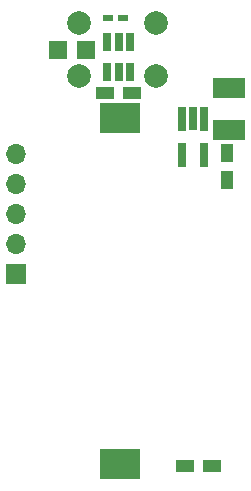
<source format=gbr>
G04 #@! TF.GenerationSoftware,KiCad,Pcbnew,(5.1.9)-1*
G04 #@! TF.CreationDate,2021-03-01T14:14:47+01:00*
G04 #@! TF.ProjectId,button timer v1.2.1_Coin_Cell,62757474-6f6e-4207-9469-6d6572207631,rev?*
G04 #@! TF.SameCoordinates,Original*
G04 #@! TF.FileFunction,Soldermask,Bot*
G04 #@! TF.FilePolarity,Negative*
%FSLAX46Y46*%
G04 Gerber Fmt 4.6, Leading zero omitted, Abs format (unit mm)*
G04 Created by KiCad (PCBNEW (5.1.9)-1) date 2021-03-01 14:14:47*
%MOMM*%
%LPD*%
G01*
G04 APERTURE LIST*
%ADD10R,2.794000X1.778000*%
%ADD11R,0.650000X1.500000*%
%ADD12R,0.650000X2.000000*%
%ADD13C,0.150000*%
%ADD14R,1.500000X1.100000*%
%ADD15R,1.100000X1.500000*%
%ADD16R,1.500000X1.500000*%
%ADD17C,2.000000*%
%ADD18O,1.700000X1.700000*%
%ADD19R,1.700000X1.700000*%
%ADD20R,0.900000X0.620000*%
%ADD21R,3.510000X2.540000*%
G04 APERTURE END LIST*
D10*
G04 #@! TO.C,L1*
X134975000Y-61597000D03*
X134975000Y-65153000D03*
G04 #@! TD*
D11*
G04 #@! TO.C,U2*
X125650000Y-57660000D03*
X126600000Y-57660000D03*
X124700000Y-57660000D03*
X124700000Y-60260000D03*
X125650000Y-60260000D03*
X126600000Y-60260000D03*
G04 #@! TD*
D12*
G04 #@! TO.C,U1*
X130980000Y-67220000D03*
X132880000Y-67220000D03*
X132880000Y-64170000D03*
D13*
G36*
X131605000Y-63170000D02*
G01*
X132255000Y-63170000D01*
X132255000Y-65170000D01*
X131605000Y-65170000D01*
X131605000Y-63170000D01*
G37*
D12*
X130980000Y-64170000D03*
G04 #@! TD*
D14*
G04 #@! TO.C,C1*
X126820000Y-62010000D03*
X124520000Y-62010000D03*
G04 #@! TD*
D15*
G04 #@! TO.C,C3*
X134850000Y-69400000D03*
X134850000Y-67100000D03*
G04 #@! TD*
D14*
G04 #@! TO.C,C2*
X133534800Y-93599000D03*
X131234800Y-93599000D03*
G04 #@! TD*
D16*
G04 #@! TO.C,R8*
X122880000Y-58356500D03*
X120480000Y-58356500D03*
G04 #@! TD*
D17*
G04 #@! TO.C,SW1*
X122300000Y-60600000D03*
X122300000Y-56100000D03*
X128800000Y-60600000D03*
X128800000Y-56100000D03*
G04 #@! TD*
D18*
G04 #@! TO.C,J1*
X116960000Y-67190000D03*
X116960000Y-69730000D03*
X116960000Y-72270000D03*
X116960000Y-74810000D03*
D19*
X116960000Y-77350000D03*
G04 #@! TD*
D20*
G04 #@! TO.C,C4*
X126020000Y-55660000D03*
X124720000Y-55660000D03*
G04 #@! TD*
D21*
G04 #@! TO.C,BT1*
X125780800Y-93444200D03*
X125780800Y-64084200D03*
G04 #@! TD*
M02*

</source>
